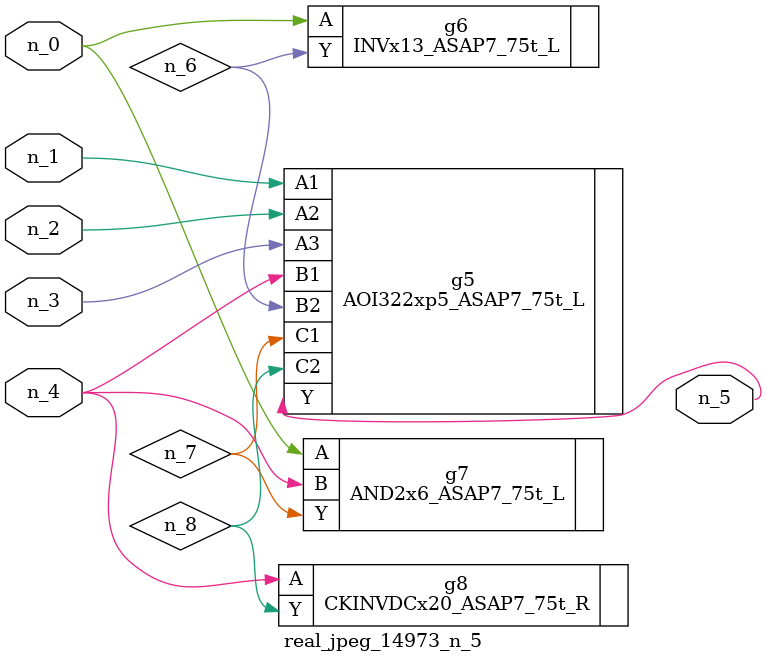
<source format=v>
module real_jpeg_14973_n_5 (n_4, n_0, n_1, n_2, n_3, n_5);

input n_4;
input n_0;
input n_1;
input n_2;
input n_3;

output n_5;

wire n_8;
wire n_6;
wire n_7;

INVx13_ASAP7_75t_L g6 ( 
.A(n_0),
.Y(n_6)
);

AND2x6_ASAP7_75t_L g7 ( 
.A(n_0),
.B(n_4),
.Y(n_7)
);

AOI322xp5_ASAP7_75t_L g5 ( 
.A1(n_1),
.A2(n_2),
.A3(n_3),
.B1(n_4),
.B2(n_6),
.C1(n_7),
.C2(n_8),
.Y(n_5)
);

CKINVDCx20_ASAP7_75t_R g8 ( 
.A(n_4),
.Y(n_8)
);


endmodule
</source>
